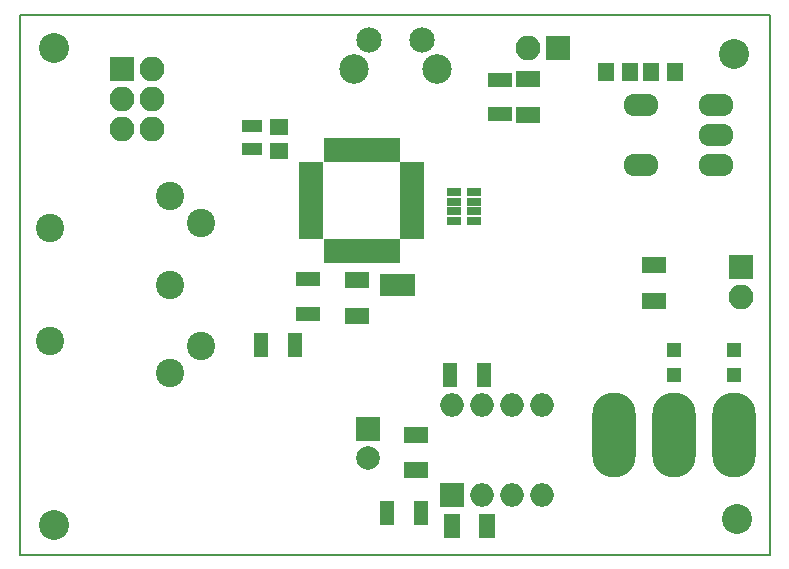
<source format=gbr>
G04 #@! TF.FileFunction,Soldermask,Top*
%FSLAX46Y46*%
G04 Gerber Fmt 4.6, Leading zero omitted, Abs format (unit mm)*
G04 Created by KiCad (PCBNEW 4.0.7-e2-6376~61~ubuntu18.04.1) date Wed Jul 18 23:52:16 2018*
%MOMM*%
%LPD*%
G01*
G04 APERTURE LIST*
%ADD10C,0.100000*%
%ADD11C,0.150000*%
%ADD12R,2.000000X2.000000*%
%ADD13O,2.000000X2.000000*%
%ADD14R,2.000000X1.400000*%
%ADD15R,0.950000X2.000000*%
%ADD16R,2.000000X0.950000*%
%ADD17C,2.000000*%
%ADD18R,2.100000X2.100000*%
%ADD19O,2.100000X2.100000*%
%ADD20C,2.500000*%
%ADD21C,2.150000*%
%ADD22R,1.300000X0.800000*%
%ADD23R,1.000000X1.900000*%
%ADD24O,3.700000X7.200000*%
%ADD25O,2.940000X1.924000*%
%ADD26R,1.400000X2.000000*%
%ADD27R,2.100000X1.300000*%
%ADD28R,1.300000X2.100000*%
%ADD29R,1.300000X1.200000*%
%ADD30R,1.700000X1.100000*%
%ADD31R,1.400000X1.650000*%
%ADD32R,1.650000X1.400000*%
%ADD33C,2.400000*%
%ADD34C,2.540000*%
G04 APERTURE END LIST*
D10*
D11*
X0Y127000D02*
X0Y45847000D01*
X63500000Y127000D02*
X0Y127000D01*
X63500000Y127000D02*
X63500000Y45847000D01*
X63500000Y45847000D02*
X0Y45847000D01*
D12*
X36576000Y5207000D03*
D13*
X44196000Y12827000D03*
X39116000Y5207000D03*
X41656000Y12827000D03*
X41656000Y5207000D03*
X39116000Y12827000D03*
X44196000Y5207000D03*
X36576000Y12827000D03*
D14*
X53721000Y24614000D03*
X53721000Y21614000D03*
D15*
X26156000Y25849000D03*
X26956000Y25849000D03*
X27756000Y25849000D03*
X28556000Y25849000D03*
X29356000Y25849000D03*
X30156000Y25849000D03*
X30956000Y25849000D03*
X31756000Y25849000D03*
D16*
X33206000Y27299000D03*
X33206000Y28099000D03*
X33206000Y28899000D03*
X33206000Y29699000D03*
X33206000Y30499000D03*
X33206000Y31299000D03*
X33206000Y32099000D03*
X33206000Y32899000D03*
D15*
X31756000Y34349000D03*
X30956000Y34349000D03*
X30156000Y34349000D03*
X29356000Y34349000D03*
X28556000Y34349000D03*
X27756000Y34349000D03*
X26956000Y34349000D03*
X26156000Y34349000D03*
D16*
X24706000Y32899000D03*
X24706000Y32099000D03*
X24706000Y31299000D03*
X24706000Y30499000D03*
X24706000Y29699000D03*
X24706000Y28899000D03*
X24706000Y28099000D03*
X24706000Y27299000D03*
D12*
X29464000Y10795000D03*
D17*
X29464000Y8295000D03*
D18*
X8636000Y41275000D03*
D19*
X11176000Y41275000D03*
X8636000Y38735000D03*
X11176000Y38735000D03*
X8636000Y36195000D03*
X11176000Y36195000D03*
D20*
X35351000Y41198000D03*
D21*
X34091000Y43688000D03*
X29591000Y43688000D03*
D20*
X28341000Y41198000D03*
D22*
X36742000Y29991000D03*
X36742000Y29191000D03*
X36742000Y30791000D03*
X36742000Y28391000D03*
X38442000Y30791000D03*
X38442000Y29991000D03*
X38442000Y29191000D03*
X38442000Y28391000D03*
D23*
X31054000Y22987000D03*
X32954000Y22987000D03*
X32004000Y22987000D03*
D24*
X60452000Y10287000D03*
X50292000Y10287000D03*
X55372000Y10287000D03*
D18*
X61087000Y24511000D03*
D19*
X61087000Y21971000D03*
D18*
X45593000Y43053000D03*
D19*
X43053000Y43053000D03*
D25*
X52578000Y38227000D03*
X52578000Y33147000D03*
X58928000Y38227000D03*
X58928000Y35687000D03*
X58928000Y33147000D03*
D14*
X33528000Y7263000D03*
X33528000Y10263000D03*
X43053000Y40362000D03*
X43053000Y37362000D03*
D26*
X36600000Y2540000D03*
X39600000Y2540000D03*
D14*
X28575000Y20344000D03*
X28575000Y23344000D03*
D27*
X24384000Y20521000D03*
X24384000Y23421000D03*
D28*
X33962000Y3683000D03*
X31062000Y3683000D03*
X23294000Y17907000D03*
X20394000Y17907000D03*
X36396000Y15367000D03*
X39296000Y15367000D03*
D27*
X40640000Y40312000D03*
X40640000Y37412000D03*
D29*
X55372000Y15333000D03*
X55372000Y17433000D03*
X60452000Y17433000D03*
X60452000Y15333000D03*
D30*
X19685000Y36383000D03*
X19685000Y34483000D03*
D31*
X55483000Y41021000D03*
X53483000Y41021000D03*
X49673000Y41021000D03*
X51673000Y41021000D03*
D32*
X21971000Y34306000D03*
X21971000Y36306000D03*
D33*
X2540000Y27787000D03*
X15367000Y28194000D03*
X15367000Y17780000D03*
X12700000Y15487000D03*
X12700000Y22987000D03*
X12700000Y30487000D03*
X2540000Y18187000D03*
D34*
X2921000Y43053000D03*
X2921000Y2667000D03*
X60706000Y3175000D03*
X60452000Y42545000D03*
M02*

</source>
